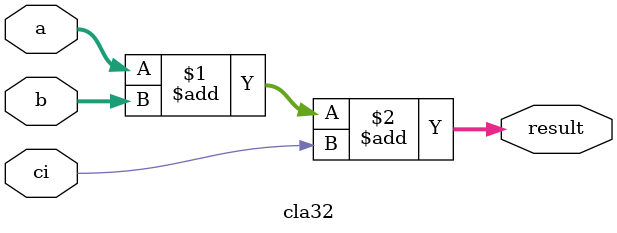
<source format=v>
`timescale 1ns / 1ps
module cla32(
	input [31:0]a, b, 
	input ci, 
	output [31:0]result
    );
	 assign result = a + b + ci;

endmodule

</source>
